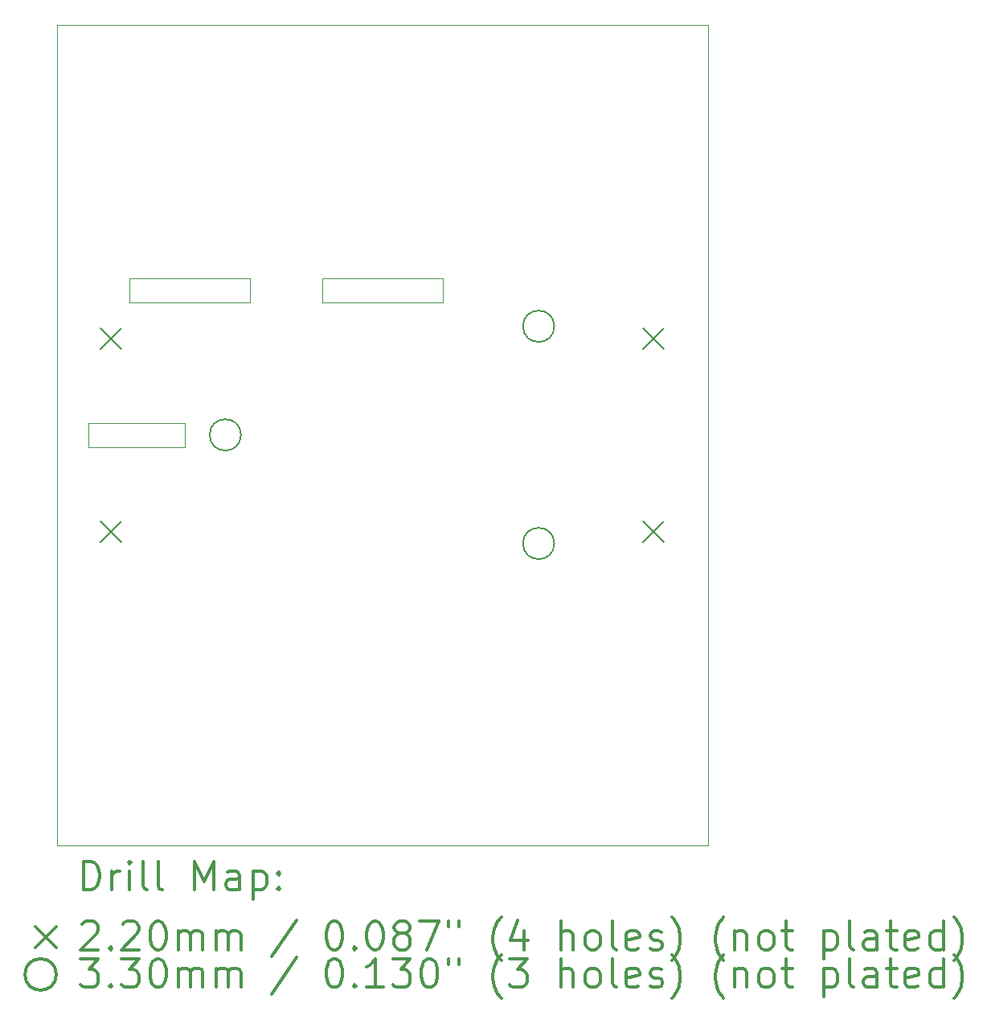
<source format=gbr>
%FSLAX45Y45*%
G04 Gerber Fmt 4.5, Leading zero omitted, Abs format (unit mm)*
G04 Created by KiCad (PCBNEW (5.1.4)-1) date 2019-12-06 09:41:00*
%MOMM*%
%LPD*%
G04 APERTURE LIST*
%ADD10C,0.100000*%
%ADD11C,0.200000*%
%ADD12C,0.300000*%
G04 APERTURE END LIST*
D10*
X4032600Y-4667000D02*
X4032600Y-4921000D01*
X2762600Y-4667000D02*
X2762600Y-4921000D01*
X2762600Y-4667000D02*
X4032600Y-4667000D01*
X2762600Y-4921000D02*
X4032600Y-4921000D01*
X4794000Y-4921000D02*
X4794000Y-4667000D01*
X6064000Y-4667000D02*
X6064000Y-4921000D01*
X4794000Y-4667000D02*
X6064000Y-4667000D01*
X4794000Y-4921000D02*
X6064000Y-4921000D01*
X2330200Y-6445000D02*
X3346200Y-6445000D01*
X3346200Y-6191000D02*
X2330200Y-6191000D01*
X2330200Y-6191000D02*
X2330200Y-6445000D01*
X2000000Y-10636000D02*
X8858000Y-10636000D01*
X8858000Y-2000000D02*
X8858000Y-10636000D01*
X2000000Y-2000000D02*
X2000000Y-10636000D01*
X3346200Y-6191000D02*
X3346200Y-6445000D01*
X2000000Y-2000000D02*
X8858000Y-2000000D01*
D11*
X2461500Y-5192000D02*
X2681500Y-5412000D01*
X2681500Y-5192000D02*
X2461500Y-5412000D01*
X2461500Y-7224000D02*
X2681500Y-7444000D01*
X2681500Y-7224000D02*
X2461500Y-7444000D01*
X8176500Y-7224000D02*
X8396500Y-7444000D01*
X8396500Y-7224000D02*
X8176500Y-7444000D01*
X8176500Y-5192000D02*
X8396500Y-5412000D01*
X8396500Y-5192000D02*
X8176500Y-5412000D01*
X3940500Y-6318000D02*
G75*
G03X3940500Y-6318000I-165000J0D01*
G01*
X7241500Y-5175000D02*
G75*
G03X7241500Y-5175000I-165000J0D01*
G01*
X7241500Y-7461000D02*
G75*
G03X7241500Y-7461000I-165000J0D01*
G01*
D12*
X2281428Y-11106714D02*
X2281428Y-10806714D01*
X2352857Y-10806714D01*
X2395714Y-10821000D01*
X2424286Y-10849572D01*
X2438571Y-10878143D01*
X2452857Y-10935286D01*
X2452857Y-10978143D01*
X2438571Y-11035286D01*
X2424286Y-11063857D01*
X2395714Y-11092429D01*
X2352857Y-11106714D01*
X2281428Y-11106714D01*
X2581428Y-11106714D02*
X2581428Y-10906714D01*
X2581428Y-10963857D02*
X2595714Y-10935286D01*
X2610000Y-10921000D01*
X2638571Y-10906714D01*
X2667143Y-10906714D01*
X2767143Y-11106714D02*
X2767143Y-10906714D01*
X2767143Y-10806714D02*
X2752857Y-10821000D01*
X2767143Y-10835286D01*
X2781428Y-10821000D01*
X2767143Y-10806714D01*
X2767143Y-10835286D01*
X2952857Y-11106714D02*
X2924286Y-11092429D01*
X2910000Y-11063857D01*
X2910000Y-10806714D01*
X3110000Y-11106714D02*
X3081428Y-11092429D01*
X3067143Y-11063857D01*
X3067143Y-10806714D01*
X3452857Y-11106714D02*
X3452857Y-10806714D01*
X3552857Y-11021000D01*
X3652857Y-10806714D01*
X3652857Y-11106714D01*
X3924286Y-11106714D02*
X3924286Y-10949572D01*
X3910000Y-10921000D01*
X3881428Y-10906714D01*
X3824286Y-10906714D01*
X3795714Y-10921000D01*
X3924286Y-11092429D02*
X3895714Y-11106714D01*
X3824286Y-11106714D01*
X3795714Y-11092429D01*
X3781428Y-11063857D01*
X3781428Y-11035286D01*
X3795714Y-11006714D01*
X3824286Y-10992429D01*
X3895714Y-10992429D01*
X3924286Y-10978143D01*
X4067143Y-10906714D02*
X4067143Y-11206714D01*
X4067143Y-10921000D02*
X4095714Y-10906714D01*
X4152857Y-10906714D01*
X4181428Y-10921000D01*
X4195714Y-10935286D01*
X4210000Y-10963857D01*
X4210000Y-11049572D01*
X4195714Y-11078143D01*
X4181428Y-11092429D01*
X4152857Y-11106714D01*
X4095714Y-11106714D01*
X4067143Y-11092429D01*
X4338571Y-11078143D02*
X4352857Y-11092429D01*
X4338571Y-11106714D01*
X4324286Y-11092429D01*
X4338571Y-11078143D01*
X4338571Y-11106714D01*
X4338571Y-10921000D02*
X4352857Y-10935286D01*
X4338571Y-10949572D01*
X4324286Y-10935286D01*
X4338571Y-10921000D01*
X4338571Y-10949572D01*
X1775000Y-11491000D02*
X1995000Y-11711000D01*
X1995000Y-11491000D02*
X1775000Y-11711000D01*
X2267143Y-11465286D02*
X2281428Y-11451000D01*
X2310000Y-11436714D01*
X2381428Y-11436714D01*
X2410000Y-11451000D01*
X2424286Y-11465286D01*
X2438571Y-11493857D01*
X2438571Y-11522429D01*
X2424286Y-11565286D01*
X2252857Y-11736714D01*
X2438571Y-11736714D01*
X2567143Y-11708143D02*
X2581428Y-11722429D01*
X2567143Y-11736714D01*
X2552857Y-11722429D01*
X2567143Y-11708143D01*
X2567143Y-11736714D01*
X2695714Y-11465286D02*
X2710000Y-11451000D01*
X2738571Y-11436714D01*
X2810000Y-11436714D01*
X2838571Y-11451000D01*
X2852857Y-11465286D01*
X2867143Y-11493857D01*
X2867143Y-11522429D01*
X2852857Y-11565286D01*
X2681428Y-11736714D01*
X2867143Y-11736714D01*
X3052857Y-11436714D02*
X3081428Y-11436714D01*
X3110000Y-11451000D01*
X3124286Y-11465286D01*
X3138571Y-11493857D01*
X3152857Y-11551000D01*
X3152857Y-11622429D01*
X3138571Y-11679571D01*
X3124286Y-11708143D01*
X3110000Y-11722429D01*
X3081428Y-11736714D01*
X3052857Y-11736714D01*
X3024286Y-11722429D01*
X3010000Y-11708143D01*
X2995714Y-11679571D01*
X2981428Y-11622429D01*
X2981428Y-11551000D01*
X2995714Y-11493857D01*
X3010000Y-11465286D01*
X3024286Y-11451000D01*
X3052857Y-11436714D01*
X3281428Y-11736714D02*
X3281428Y-11536714D01*
X3281428Y-11565286D02*
X3295714Y-11551000D01*
X3324286Y-11536714D01*
X3367143Y-11536714D01*
X3395714Y-11551000D01*
X3410000Y-11579571D01*
X3410000Y-11736714D01*
X3410000Y-11579571D02*
X3424286Y-11551000D01*
X3452857Y-11536714D01*
X3495714Y-11536714D01*
X3524286Y-11551000D01*
X3538571Y-11579571D01*
X3538571Y-11736714D01*
X3681428Y-11736714D02*
X3681428Y-11536714D01*
X3681428Y-11565286D02*
X3695714Y-11551000D01*
X3724286Y-11536714D01*
X3767143Y-11536714D01*
X3795714Y-11551000D01*
X3810000Y-11579571D01*
X3810000Y-11736714D01*
X3810000Y-11579571D02*
X3824286Y-11551000D01*
X3852857Y-11536714D01*
X3895714Y-11536714D01*
X3924286Y-11551000D01*
X3938571Y-11579571D01*
X3938571Y-11736714D01*
X4524286Y-11422429D02*
X4267143Y-11808143D01*
X4910000Y-11436714D02*
X4938571Y-11436714D01*
X4967143Y-11451000D01*
X4981428Y-11465286D01*
X4995714Y-11493857D01*
X5010000Y-11551000D01*
X5010000Y-11622429D01*
X4995714Y-11679571D01*
X4981428Y-11708143D01*
X4967143Y-11722429D01*
X4938571Y-11736714D01*
X4910000Y-11736714D01*
X4881428Y-11722429D01*
X4867143Y-11708143D01*
X4852857Y-11679571D01*
X4838571Y-11622429D01*
X4838571Y-11551000D01*
X4852857Y-11493857D01*
X4867143Y-11465286D01*
X4881428Y-11451000D01*
X4910000Y-11436714D01*
X5138571Y-11708143D02*
X5152857Y-11722429D01*
X5138571Y-11736714D01*
X5124286Y-11722429D01*
X5138571Y-11708143D01*
X5138571Y-11736714D01*
X5338571Y-11436714D02*
X5367143Y-11436714D01*
X5395714Y-11451000D01*
X5410000Y-11465286D01*
X5424286Y-11493857D01*
X5438571Y-11551000D01*
X5438571Y-11622429D01*
X5424286Y-11679571D01*
X5410000Y-11708143D01*
X5395714Y-11722429D01*
X5367143Y-11736714D01*
X5338571Y-11736714D01*
X5310000Y-11722429D01*
X5295714Y-11708143D01*
X5281428Y-11679571D01*
X5267143Y-11622429D01*
X5267143Y-11551000D01*
X5281428Y-11493857D01*
X5295714Y-11465286D01*
X5310000Y-11451000D01*
X5338571Y-11436714D01*
X5610000Y-11565286D02*
X5581428Y-11551000D01*
X5567143Y-11536714D01*
X5552857Y-11508143D01*
X5552857Y-11493857D01*
X5567143Y-11465286D01*
X5581428Y-11451000D01*
X5610000Y-11436714D01*
X5667143Y-11436714D01*
X5695714Y-11451000D01*
X5710000Y-11465286D01*
X5724286Y-11493857D01*
X5724286Y-11508143D01*
X5710000Y-11536714D01*
X5695714Y-11551000D01*
X5667143Y-11565286D01*
X5610000Y-11565286D01*
X5581428Y-11579571D01*
X5567143Y-11593857D01*
X5552857Y-11622429D01*
X5552857Y-11679571D01*
X5567143Y-11708143D01*
X5581428Y-11722429D01*
X5610000Y-11736714D01*
X5667143Y-11736714D01*
X5695714Y-11722429D01*
X5710000Y-11708143D01*
X5724286Y-11679571D01*
X5724286Y-11622429D01*
X5710000Y-11593857D01*
X5695714Y-11579571D01*
X5667143Y-11565286D01*
X5824286Y-11436714D02*
X6024286Y-11436714D01*
X5895714Y-11736714D01*
X6124286Y-11436714D02*
X6124286Y-11493857D01*
X6238571Y-11436714D02*
X6238571Y-11493857D01*
X6681428Y-11851000D02*
X6667143Y-11836714D01*
X6638571Y-11793857D01*
X6624286Y-11765286D01*
X6610000Y-11722429D01*
X6595714Y-11651000D01*
X6595714Y-11593857D01*
X6610000Y-11522429D01*
X6624286Y-11479571D01*
X6638571Y-11451000D01*
X6667143Y-11408143D01*
X6681428Y-11393857D01*
X6924286Y-11536714D02*
X6924286Y-11736714D01*
X6852857Y-11422429D02*
X6781428Y-11636714D01*
X6967143Y-11636714D01*
X7310000Y-11736714D02*
X7310000Y-11436714D01*
X7438571Y-11736714D02*
X7438571Y-11579571D01*
X7424286Y-11551000D01*
X7395714Y-11536714D01*
X7352857Y-11536714D01*
X7324286Y-11551000D01*
X7310000Y-11565286D01*
X7624286Y-11736714D02*
X7595714Y-11722429D01*
X7581428Y-11708143D01*
X7567143Y-11679571D01*
X7567143Y-11593857D01*
X7581428Y-11565286D01*
X7595714Y-11551000D01*
X7624286Y-11536714D01*
X7667143Y-11536714D01*
X7695714Y-11551000D01*
X7710000Y-11565286D01*
X7724286Y-11593857D01*
X7724286Y-11679571D01*
X7710000Y-11708143D01*
X7695714Y-11722429D01*
X7667143Y-11736714D01*
X7624286Y-11736714D01*
X7895714Y-11736714D02*
X7867143Y-11722429D01*
X7852857Y-11693857D01*
X7852857Y-11436714D01*
X8124286Y-11722429D02*
X8095714Y-11736714D01*
X8038571Y-11736714D01*
X8010000Y-11722429D01*
X7995714Y-11693857D01*
X7995714Y-11579571D01*
X8010000Y-11551000D01*
X8038571Y-11536714D01*
X8095714Y-11536714D01*
X8124286Y-11551000D01*
X8138571Y-11579571D01*
X8138571Y-11608143D01*
X7995714Y-11636714D01*
X8252857Y-11722429D02*
X8281428Y-11736714D01*
X8338571Y-11736714D01*
X8367143Y-11722429D01*
X8381428Y-11693857D01*
X8381428Y-11679571D01*
X8367143Y-11651000D01*
X8338571Y-11636714D01*
X8295714Y-11636714D01*
X8267143Y-11622429D01*
X8252857Y-11593857D01*
X8252857Y-11579571D01*
X8267143Y-11551000D01*
X8295714Y-11536714D01*
X8338571Y-11536714D01*
X8367143Y-11551000D01*
X8481428Y-11851000D02*
X8495714Y-11836714D01*
X8524286Y-11793857D01*
X8538571Y-11765286D01*
X8552857Y-11722429D01*
X8567143Y-11651000D01*
X8567143Y-11593857D01*
X8552857Y-11522429D01*
X8538571Y-11479571D01*
X8524286Y-11451000D01*
X8495714Y-11408143D01*
X8481428Y-11393857D01*
X9024286Y-11851000D02*
X9010000Y-11836714D01*
X8981428Y-11793857D01*
X8967143Y-11765286D01*
X8952857Y-11722429D01*
X8938571Y-11651000D01*
X8938571Y-11593857D01*
X8952857Y-11522429D01*
X8967143Y-11479571D01*
X8981428Y-11451000D01*
X9010000Y-11408143D01*
X9024286Y-11393857D01*
X9138571Y-11536714D02*
X9138571Y-11736714D01*
X9138571Y-11565286D02*
X9152857Y-11551000D01*
X9181428Y-11536714D01*
X9224286Y-11536714D01*
X9252857Y-11551000D01*
X9267143Y-11579571D01*
X9267143Y-11736714D01*
X9452857Y-11736714D02*
X9424286Y-11722429D01*
X9410000Y-11708143D01*
X9395714Y-11679571D01*
X9395714Y-11593857D01*
X9410000Y-11565286D01*
X9424286Y-11551000D01*
X9452857Y-11536714D01*
X9495714Y-11536714D01*
X9524286Y-11551000D01*
X9538571Y-11565286D01*
X9552857Y-11593857D01*
X9552857Y-11679571D01*
X9538571Y-11708143D01*
X9524286Y-11722429D01*
X9495714Y-11736714D01*
X9452857Y-11736714D01*
X9638571Y-11536714D02*
X9752857Y-11536714D01*
X9681428Y-11436714D02*
X9681428Y-11693857D01*
X9695714Y-11722429D01*
X9724286Y-11736714D01*
X9752857Y-11736714D01*
X10081428Y-11536714D02*
X10081428Y-11836714D01*
X10081428Y-11551000D02*
X10110000Y-11536714D01*
X10167143Y-11536714D01*
X10195714Y-11551000D01*
X10210000Y-11565286D01*
X10224286Y-11593857D01*
X10224286Y-11679571D01*
X10210000Y-11708143D01*
X10195714Y-11722429D01*
X10167143Y-11736714D01*
X10110000Y-11736714D01*
X10081428Y-11722429D01*
X10395714Y-11736714D02*
X10367143Y-11722429D01*
X10352857Y-11693857D01*
X10352857Y-11436714D01*
X10638571Y-11736714D02*
X10638571Y-11579571D01*
X10624286Y-11551000D01*
X10595714Y-11536714D01*
X10538571Y-11536714D01*
X10510000Y-11551000D01*
X10638571Y-11722429D02*
X10610000Y-11736714D01*
X10538571Y-11736714D01*
X10510000Y-11722429D01*
X10495714Y-11693857D01*
X10495714Y-11665286D01*
X10510000Y-11636714D01*
X10538571Y-11622429D01*
X10610000Y-11622429D01*
X10638571Y-11608143D01*
X10738571Y-11536714D02*
X10852857Y-11536714D01*
X10781428Y-11436714D02*
X10781428Y-11693857D01*
X10795714Y-11722429D01*
X10824286Y-11736714D01*
X10852857Y-11736714D01*
X11067143Y-11722429D02*
X11038571Y-11736714D01*
X10981428Y-11736714D01*
X10952857Y-11722429D01*
X10938571Y-11693857D01*
X10938571Y-11579571D01*
X10952857Y-11551000D01*
X10981428Y-11536714D01*
X11038571Y-11536714D01*
X11067143Y-11551000D01*
X11081428Y-11579571D01*
X11081428Y-11608143D01*
X10938571Y-11636714D01*
X11338571Y-11736714D02*
X11338571Y-11436714D01*
X11338571Y-11722429D02*
X11310000Y-11736714D01*
X11252857Y-11736714D01*
X11224286Y-11722429D01*
X11210000Y-11708143D01*
X11195714Y-11679571D01*
X11195714Y-11593857D01*
X11210000Y-11565286D01*
X11224286Y-11551000D01*
X11252857Y-11536714D01*
X11310000Y-11536714D01*
X11338571Y-11551000D01*
X11452857Y-11851000D02*
X11467143Y-11836714D01*
X11495714Y-11793857D01*
X11510000Y-11765286D01*
X11524286Y-11722429D01*
X11538571Y-11651000D01*
X11538571Y-11593857D01*
X11524286Y-11522429D01*
X11510000Y-11479571D01*
X11495714Y-11451000D01*
X11467143Y-11408143D01*
X11452857Y-11393857D01*
X1995000Y-11997000D02*
G75*
G03X1995000Y-11997000I-165000J0D01*
G01*
X2252857Y-11832714D02*
X2438571Y-11832714D01*
X2338571Y-11947000D01*
X2381428Y-11947000D01*
X2410000Y-11961286D01*
X2424286Y-11975571D01*
X2438571Y-12004143D01*
X2438571Y-12075571D01*
X2424286Y-12104143D01*
X2410000Y-12118429D01*
X2381428Y-12132714D01*
X2295714Y-12132714D01*
X2267143Y-12118429D01*
X2252857Y-12104143D01*
X2567143Y-12104143D02*
X2581428Y-12118429D01*
X2567143Y-12132714D01*
X2552857Y-12118429D01*
X2567143Y-12104143D01*
X2567143Y-12132714D01*
X2681428Y-11832714D02*
X2867143Y-11832714D01*
X2767143Y-11947000D01*
X2810000Y-11947000D01*
X2838571Y-11961286D01*
X2852857Y-11975571D01*
X2867143Y-12004143D01*
X2867143Y-12075571D01*
X2852857Y-12104143D01*
X2838571Y-12118429D01*
X2810000Y-12132714D01*
X2724286Y-12132714D01*
X2695714Y-12118429D01*
X2681428Y-12104143D01*
X3052857Y-11832714D02*
X3081428Y-11832714D01*
X3110000Y-11847000D01*
X3124286Y-11861286D01*
X3138571Y-11889857D01*
X3152857Y-11947000D01*
X3152857Y-12018429D01*
X3138571Y-12075571D01*
X3124286Y-12104143D01*
X3110000Y-12118429D01*
X3081428Y-12132714D01*
X3052857Y-12132714D01*
X3024286Y-12118429D01*
X3010000Y-12104143D01*
X2995714Y-12075571D01*
X2981428Y-12018429D01*
X2981428Y-11947000D01*
X2995714Y-11889857D01*
X3010000Y-11861286D01*
X3024286Y-11847000D01*
X3052857Y-11832714D01*
X3281428Y-12132714D02*
X3281428Y-11932714D01*
X3281428Y-11961286D02*
X3295714Y-11947000D01*
X3324286Y-11932714D01*
X3367143Y-11932714D01*
X3395714Y-11947000D01*
X3410000Y-11975571D01*
X3410000Y-12132714D01*
X3410000Y-11975571D02*
X3424286Y-11947000D01*
X3452857Y-11932714D01*
X3495714Y-11932714D01*
X3524286Y-11947000D01*
X3538571Y-11975571D01*
X3538571Y-12132714D01*
X3681428Y-12132714D02*
X3681428Y-11932714D01*
X3681428Y-11961286D02*
X3695714Y-11947000D01*
X3724286Y-11932714D01*
X3767143Y-11932714D01*
X3795714Y-11947000D01*
X3810000Y-11975571D01*
X3810000Y-12132714D01*
X3810000Y-11975571D02*
X3824286Y-11947000D01*
X3852857Y-11932714D01*
X3895714Y-11932714D01*
X3924286Y-11947000D01*
X3938571Y-11975571D01*
X3938571Y-12132714D01*
X4524286Y-11818429D02*
X4267143Y-12204143D01*
X4910000Y-11832714D02*
X4938571Y-11832714D01*
X4967143Y-11847000D01*
X4981428Y-11861286D01*
X4995714Y-11889857D01*
X5010000Y-11947000D01*
X5010000Y-12018429D01*
X4995714Y-12075571D01*
X4981428Y-12104143D01*
X4967143Y-12118429D01*
X4938571Y-12132714D01*
X4910000Y-12132714D01*
X4881428Y-12118429D01*
X4867143Y-12104143D01*
X4852857Y-12075571D01*
X4838571Y-12018429D01*
X4838571Y-11947000D01*
X4852857Y-11889857D01*
X4867143Y-11861286D01*
X4881428Y-11847000D01*
X4910000Y-11832714D01*
X5138571Y-12104143D02*
X5152857Y-12118429D01*
X5138571Y-12132714D01*
X5124286Y-12118429D01*
X5138571Y-12104143D01*
X5138571Y-12132714D01*
X5438571Y-12132714D02*
X5267143Y-12132714D01*
X5352857Y-12132714D02*
X5352857Y-11832714D01*
X5324286Y-11875571D01*
X5295714Y-11904143D01*
X5267143Y-11918429D01*
X5538571Y-11832714D02*
X5724286Y-11832714D01*
X5624286Y-11947000D01*
X5667143Y-11947000D01*
X5695714Y-11961286D01*
X5710000Y-11975571D01*
X5724286Y-12004143D01*
X5724286Y-12075571D01*
X5710000Y-12104143D01*
X5695714Y-12118429D01*
X5667143Y-12132714D01*
X5581428Y-12132714D01*
X5552857Y-12118429D01*
X5538571Y-12104143D01*
X5910000Y-11832714D02*
X5938571Y-11832714D01*
X5967143Y-11847000D01*
X5981428Y-11861286D01*
X5995714Y-11889857D01*
X6010000Y-11947000D01*
X6010000Y-12018429D01*
X5995714Y-12075571D01*
X5981428Y-12104143D01*
X5967143Y-12118429D01*
X5938571Y-12132714D01*
X5910000Y-12132714D01*
X5881428Y-12118429D01*
X5867143Y-12104143D01*
X5852857Y-12075571D01*
X5838571Y-12018429D01*
X5838571Y-11947000D01*
X5852857Y-11889857D01*
X5867143Y-11861286D01*
X5881428Y-11847000D01*
X5910000Y-11832714D01*
X6124286Y-11832714D02*
X6124286Y-11889857D01*
X6238571Y-11832714D02*
X6238571Y-11889857D01*
X6681428Y-12247000D02*
X6667143Y-12232714D01*
X6638571Y-12189857D01*
X6624286Y-12161286D01*
X6610000Y-12118429D01*
X6595714Y-12047000D01*
X6595714Y-11989857D01*
X6610000Y-11918429D01*
X6624286Y-11875571D01*
X6638571Y-11847000D01*
X6667143Y-11804143D01*
X6681428Y-11789857D01*
X6767143Y-11832714D02*
X6952857Y-11832714D01*
X6852857Y-11947000D01*
X6895714Y-11947000D01*
X6924286Y-11961286D01*
X6938571Y-11975571D01*
X6952857Y-12004143D01*
X6952857Y-12075571D01*
X6938571Y-12104143D01*
X6924286Y-12118429D01*
X6895714Y-12132714D01*
X6810000Y-12132714D01*
X6781428Y-12118429D01*
X6767143Y-12104143D01*
X7310000Y-12132714D02*
X7310000Y-11832714D01*
X7438571Y-12132714D02*
X7438571Y-11975571D01*
X7424286Y-11947000D01*
X7395714Y-11932714D01*
X7352857Y-11932714D01*
X7324286Y-11947000D01*
X7310000Y-11961286D01*
X7624286Y-12132714D02*
X7595714Y-12118429D01*
X7581428Y-12104143D01*
X7567143Y-12075571D01*
X7567143Y-11989857D01*
X7581428Y-11961286D01*
X7595714Y-11947000D01*
X7624286Y-11932714D01*
X7667143Y-11932714D01*
X7695714Y-11947000D01*
X7710000Y-11961286D01*
X7724286Y-11989857D01*
X7724286Y-12075571D01*
X7710000Y-12104143D01*
X7695714Y-12118429D01*
X7667143Y-12132714D01*
X7624286Y-12132714D01*
X7895714Y-12132714D02*
X7867143Y-12118429D01*
X7852857Y-12089857D01*
X7852857Y-11832714D01*
X8124286Y-12118429D02*
X8095714Y-12132714D01*
X8038571Y-12132714D01*
X8010000Y-12118429D01*
X7995714Y-12089857D01*
X7995714Y-11975571D01*
X8010000Y-11947000D01*
X8038571Y-11932714D01*
X8095714Y-11932714D01*
X8124286Y-11947000D01*
X8138571Y-11975571D01*
X8138571Y-12004143D01*
X7995714Y-12032714D01*
X8252857Y-12118429D02*
X8281428Y-12132714D01*
X8338571Y-12132714D01*
X8367143Y-12118429D01*
X8381428Y-12089857D01*
X8381428Y-12075571D01*
X8367143Y-12047000D01*
X8338571Y-12032714D01*
X8295714Y-12032714D01*
X8267143Y-12018429D01*
X8252857Y-11989857D01*
X8252857Y-11975571D01*
X8267143Y-11947000D01*
X8295714Y-11932714D01*
X8338571Y-11932714D01*
X8367143Y-11947000D01*
X8481428Y-12247000D02*
X8495714Y-12232714D01*
X8524286Y-12189857D01*
X8538571Y-12161286D01*
X8552857Y-12118429D01*
X8567143Y-12047000D01*
X8567143Y-11989857D01*
X8552857Y-11918429D01*
X8538571Y-11875571D01*
X8524286Y-11847000D01*
X8495714Y-11804143D01*
X8481428Y-11789857D01*
X9024286Y-12247000D02*
X9010000Y-12232714D01*
X8981428Y-12189857D01*
X8967143Y-12161286D01*
X8952857Y-12118429D01*
X8938571Y-12047000D01*
X8938571Y-11989857D01*
X8952857Y-11918429D01*
X8967143Y-11875571D01*
X8981428Y-11847000D01*
X9010000Y-11804143D01*
X9024286Y-11789857D01*
X9138571Y-11932714D02*
X9138571Y-12132714D01*
X9138571Y-11961286D02*
X9152857Y-11947000D01*
X9181428Y-11932714D01*
X9224286Y-11932714D01*
X9252857Y-11947000D01*
X9267143Y-11975571D01*
X9267143Y-12132714D01*
X9452857Y-12132714D02*
X9424286Y-12118429D01*
X9410000Y-12104143D01*
X9395714Y-12075571D01*
X9395714Y-11989857D01*
X9410000Y-11961286D01*
X9424286Y-11947000D01*
X9452857Y-11932714D01*
X9495714Y-11932714D01*
X9524286Y-11947000D01*
X9538571Y-11961286D01*
X9552857Y-11989857D01*
X9552857Y-12075571D01*
X9538571Y-12104143D01*
X9524286Y-12118429D01*
X9495714Y-12132714D01*
X9452857Y-12132714D01*
X9638571Y-11932714D02*
X9752857Y-11932714D01*
X9681428Y-11832714D02*
X9681428Y-12089857D01*
X9695714Y-12118429D01*
X9724286Y-12132714D01*
X9752857Y-12132714D01*
X10081428Y-11932714D02*
X10081428Y-12232714D01*
X10081428Y-11947000D02*
X10110000Y-11932714D01*
X10167143Y-11932714D01*
X10195714Y-11947000D01*
X10210000Y-11961286D01*
X10224286Y-11989857D01*
X10224286Y-12075571D01*
X10210000Y-12104143D01*
X10195714Y-12118429D01*
X10167143Y-12132714D01*
X10110000Y-12132714D01*
X10081428Y-12118429D01*
X10395714Y-12132714D02*
X10367143Y-12118429D01*
X10352857Y-12089857D01*
X10352857Y-11832714D01*
X10638571Y-12132714D02*
X10638571Y-11975571D01*
X10624286Y-11947000D01*
X10595714Y-11932714D01*
X10538571Y-11932714D01*
X10510000Y-11947000D01*
X10638571Y-12118429D02*
X10610000Y-12132714D01*
X10538571Y-12132714D01*
X10510000Y-12118429D01*
X10495714Y-12089857D01*
X10495714Y-12061286D01*
X10510000Y-12032714D01*
X10538571Y-12018429D01*
X10610000Y-12018429D01*
X10638571Y-12004143D01*
X10738571Y-11932714D02*
X10852857Y-11932714D01*
X10781428Y-11832714D02*
X10781428Y-12089857D01*
X10795714Y-12118429D01*
X10824286Y-12132714D01*
X10852857Y-12132714D01*
X11067143Y-12118429D02*
X11038571Y-12132714D01*
X10981428Y-12132714D01*
X10952857Y-12118429D01*
X10938571Y-12089857D01*
X10938571Y-11975571D01*
X10952857Y-11947000D01*
X10981428Y-11932714D01*
X11038571Y-11932714D01*
X11067143Y-11947000D01*
X11081428Y-11975571D01*
X11081428Y-12004143D01*
X10938571Y-12032714D01*
X11338571Y-12132714D02*
X11338571Y-11832714D01*
X11338571Y-12118429D02*
X11310000Y-12132714D01*
X11252857Y-12132714D01*
X11224286Y-12118429D01*
X11210000Y-12104143D01*
X11195714Y-12075571D01*
X11195714Y-11989857D01*
X11210000Y-11961286D01*
X11224286Y-11947000D01*
X11252857Y-11932714D01*
X11310000Y-11932714D01*
X11338571Y-11947000D01*
X11452857Y-12247000D02*
X11467143Y-12232714D01*
X11495714Y-12189857D01*
X11510000Y-12161286D01*
X11524286Y-12118429D01*
X11538571Y-12047000D01*
X11538571Y-11989857D01*
X11524286Y-11918429D01*
X11510000Y-11875571D01*
X11495714Y-11847000D01*
X11467143Y-11804143D01*
X11452857Y-11789857D01*
M02*

</source>
